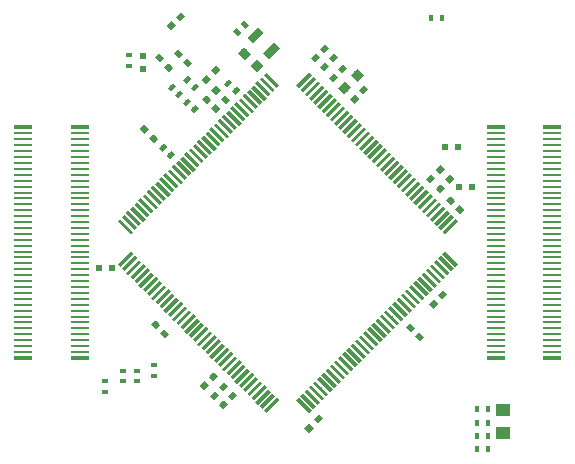
<source format=gbp>
G04 #@! TF.GenerationSoftware,KiCad,Pcbnew,(2017-02-19 revision a416f3a4e)-master*
G04 #@! TF.CreationDate,2017-04-29T21:26:46-07:00*
G04 #@! TF.ProjectId,Navi,4E6176692E6B696361645F7063620000,rev?*
G04 #@! TF.FileFunction,Paste,Bot*
G04 #@! TF.FilePolarity,Positive*
%FSLAX46Y46*%
G04 Gerber Fmt 4.6, Leading zero omitted, Abs format (unit mm)*
G04 Created by KiCad (PCBNEW (2017-02-19 revision a416f3a4e)-master) date 04/29/17 21:26:46*
%MOMM*%
%LPD*%
G01*
G04 APERTURE LIST*
%ADD10C,0.150000*%
%ADD11C,0.300000*%
%ADD12R,1.650000X0.230000*%
%ADD13R,1.650000X0.350000*%
%ADD14C,0.500000*%
%ADD15R,0.400000X0.600000*%
%ADD16R,0.500000X0.600000*%
%ADD17R,0.600000X0.400000*%
%ADD18R,0.600000X0.500000*%
%ADD19C,0.750000*%
%ADD20C,0.400000*%
%ADD21C,0.700000*%
%ADD22R,1.250000X1.000000*%
G04 APERTURE END LIST*
D10*
D11*
X73621577Y-91246849D03*
D10*
G36*
X74275651Y-91688791D02*
X74063519Y-91900923D01*
X72967503Y-90804907D01*
X73179635Y-90592775D01*
X74275651Y-91688791D01*
X74275651Y-91688791D01*
G37*
D11*
X73268023Y-91600402D03*
D10*
G36*
X73922097Y-92042344D02*
X73709965Y-92254476D01*
X72613949Y-91158460D01*
X72826081Y-90946328D01*
X73922097Y-92042344D01*
X73922097Y-92042344D01*
G37*
D11*
X72914470Y-91953956D03*
D10*
G36*
X73568544Y-92395898D02*
X73356412Y-92608030D01*
X72260396Y-91512014D01*
X72472528Y-91299882D01*
X73568544Y-92395898D01*
X73568544Y-92395898D01*
G37*
D11*
X72560917Y-92307509D03*
D10*
G36*
X73214991Y-92749451D02*
X73002859Y-92961583D01*
X71906843Y-91865567D01*
X72118975Y-91653435D01*
X73214991Y-92749451D01*
X73214991Y-92749451D01*
G37*
D11*
X72207363Y-92661063D03*
D10*
G36*
X72861437Y-93103005D02*
X72649305Y-93315137D01*
X71553289Y-92219121D01*
X71765421Y-92006989D01*
X72861437Y-93103005D01*
X72861437Y-93103005D01*
G37*
D11*
X71853810Y-93014616D03*
D10*
G36*
X72507884Y-93456558D02*
X72295752Y-93668690D01*
X71199736Y-92572674D01*
X71411868Y-92360542D01*
X72507884Y-93456558D01*
X72507884Y-93456558D01*
G37*
D11*
X71500256Y-93368169D03*
D10*
G36*
X72154330Y-93810111D02*
X71942198Y-94022243D01*
X70846182Y-92926227D01*
X71058314Y-92714095D01*
X72154330Y-93810111D01*
X72154330Y-93810111D01*
G37*
D11*
X71146703Y-93721723D03*
D10*
G36*
X71800777Y-94163665D02*
X71588645Y-94375797D01*
X70492629Y-93279781D01*
X70704761Y-93067649D01*
X71800777Y-94163665D01*
X71800777Y-94163665D01*
G37*
D11*
X70793150Y-94075276D03*
D10*
G36*
X71447224Y-94517218D02*
X71235092Y-94729350D01*
X70139076Y-93633334D01*
X70351208Y-93421202D01*
X71447224Y-94517218D01*
X71447224Y-94517218D01*
G37*
D11*
X70439596Y-94428830D03*
D10*
G36*
X71093670Y-94870772D02*
X70881538Y-95082904D01*
X69785522Y-93986888D01*
X69997654Y-93774756D01*
X71093670Y-94870772D01*
X71093670Y-94870772D01*
G37*
D11*
X70086043Y-94782383D03*
D10*
G36*
X70740117Y-95224325D02*
X70527985Y-95436457D01*
X69431969Y-94340441D01*
X69644101Y-94128309D01*
X70740117Y-95224325D01*
X70740117Y-95224325D01*
G37*
D11*
X69732489Y-95135936D03*
D10*
G36*
X70386563Y-95577878D02*
X70174431Y-95790010D01*
X69078415Y-94693994D01*
X69290547Y-94481862D01*
X70386563Y-95577878D01*
X70386563Y-95577878D01*
G37*
D11*
X69378936Y-95489490D03*
D10*
G36*
X70033010Y-95931432D02*
X69820878Y-96143564D01*
X68724862Y-95047548D01*
X68936994Y-94835416D01*
X70033010Y-95931432D01*
X70033010Y-95931432D01*
G37*
D11*
X69025383Y-95843043D03*
D10*
G36*
X69679457Y-96284985D02*
X69467325Y-96497117D01*
X68371309Y-95401101D01*
X68583441Y-95188969D01*
X69679457Y-96284985D01*
X69679457Y-96284985D01*
G37*
D11*
X68671829Y-96196597D03*
D10*
G36*
X69325903Y-96638539D02*
X69113771Y-96850671D01*
X68017755Y-95754655D01*
X68229887Y-95542523D01*
X69325903Y-96638539D01*
X69325903Y-96638539D01*
G37*
D11*
X68318276Y-96550150D03*
D10*
G36*
X68972350Y-96992092D02*
X68760218Y-97204224D01*
X67664202Y-96108208D01*
X67876334Y-95896076D01*
X68972350Y-96992092D01*
X68972350Y-96992092D01*
G37*
D11*
X67964723Y-96903703D03*
D10*
G36*
X68618797Y-97345645D02*
X68406665Y-97557777D01*
X67310649Y-96461761D01*
X67522781Y-96249629D01*
X68618797Y-97345645D01*
X68618797Y-97345645D01*
G37*
D11*
X67611169Y-97257257D03*
D10*
G36*
X68265243Y-97699199D02*
X68053111Y-97911331D01*
X66957095Y-96815315D01*
X67169227Y-96603183D01*
X68265243Y-97699199D01*
X68265243Y-97699199D01*
G37*
D11*
X67257616Y-97610810D03*
D10*
G36*
X67911690Y-98052752D02*
X67699558Y-98264884D01*
X66603542Y-97168868D01*
X66815674Y-96956736D01*
X67911690Y-98052752D01*
X67911690Y-98052752D01*
G37*
D11*
X66904062Y-97964364D03*
D10*
G36*
X67558136Y-98406306D02*
X67346004Y-98618438D01*
X66249988Y-97522422D01*
X66462120Y-97310290D01*
X67558136Y-98406306D01*
X67558136Y-98406306D01*
G37*
D11*
X66550509Y-98317917D03*
D10*
G36*
X67204583Y-98759859D02*
X66992451Y-98971991D01*
X65896435Y-97875975D01*
X66108567Y-97663843D01*
X67204583Y-98759859D01*
X67204583Y-98759859D01*
G37*
D11*
X66196956Y-98671470D03*
D10*
G36*
X66851030Y-99113412D02*
X66638898Y-99325544D01*
X65542882Y-98229528D01*
X65755014Y-98017396D01*
X66851030Y-99113412D01*
X66851030Y-99113412D01*
G37*
D11*
X65843402Y-99025024D03*
D10*
G36*
X66497476Y-99466966D02*
X66285344Y-99679098D01*
X65189328Y-98583082D01*
X65401460Y-98370950D01*
X66497476Y-99466966D01*
X66497476Y-99466966D01*
G37*
D11*
X65489849Y-99378577D03*
D10*
G36*
X66143923Y-99820519D02*
X65931791Y-100032651D01*
X64835775Y-98936635D01*
X65047907Y-98724503D01*
X66143923Y-99820519D01*
X66143923Y-99820519D01*
G37*
D11*
X65136295Y-99732130D03*
D10*
G36*
X65790369Y-100174072D02*
X65578237Y-100386204D01*
X64482221Y-99290188D01*
X64694353Y-99078056D01*
X65790369Y-100174072D01*
X65790369Y-100174072D01*
G37*
D11*
X64782742Y-100085684D03*
D10*
G36*
X65436816Y-100527626D02*
X65224684Y-100739758D01*
X64128668Y-99643742D01*
X64340800Y-99431610D01*
X65436816Y-100527626D01*
X65436816Y-100527626D01*
G37*
D11*
X64429189Y-100439237D03*
D10*
G36*
X65083263Y-100881179D02*
X64871131Y-101093311D01*
X63775115Y-99997295D01*
X63987247Y-99785163D01*
X65083263Y-100881179D01*
X65083263Y-100881179D01*
G37*
D11*
X64075635Y-100792791D03*
D10*
G36*
X64729709Y-101234733D02*
X64517577Y-101446865D01*
X63421561Y-100350849D01*
X63633693Y-100138717D01*
X64729709Y-101234733D01*
X64729709Y-101234733D01*
G37*
D11*
X63722082Y-101146344D03*
D10*
G36*
X64376156Y-101588286D02*
X64164024Y-101800418D01*
X63068008Y-100704402D01*
X63280140Y-100492270D01*
X64376156Y-101588286D01*
X64376156Y-101588286D01*
G37*
D11*
X63368528Y-101499897D03*
D10*
G36*
X64022602Y-101941839D02*
X63810470Y-102153971D01*
X62714454Y-101057955D01*
X62926586Y-100845823D01*
X64022602Y-101941839D01*
X64022602Y-101941839D01*
G37*
D11*
X63014975Y-101853451D03*
D10*
G36*
X63669049Y-102295393D02*
X63456917Y-102507525D01*
X62360901Y-101411509D01*
X62573033Y-101199377D01*
X63669049Y-102295393D01*
X63669049Y-102295393D01*
G37*
D11*
X62661422Y-102207004D03*
D10*
G36*
X63315496Y-102648946D02*
X63103364Y-102861078D01*
X62007348Y-101765062D01*
X62219480Y-101552930D01*
X63315496Y-102648946D01*
X63315496Y-102648946D01*
G37*
D11*
X62307868Y-102560558D03*
D10*
G36*
X62961942Y-103002500D02*
X62749810Y-103214632D01*
X61653794Y-102118616D01*
X61865926Y-101906484D01*
X62961942Y-103002500D01*
X62961942Y-103002500D01*
G37*
D11*
X61954315Y-102914111D03*
D10*
G36*
X62608389Y-103356053D02*
X62396257Y-103568185D01*
X61300241Y-102472169D01*
X61512373Y-102260037D01*
X62608389Y-103356053D01*
X62608389Y-103356053D01*
G37*
D11*
X61600761Y-103267664D03*
D10*
G36*
X62254835Y-103709606D02*
X62042703Y-103921738D01*
X60946687Y-102825722D01*
X61158819Y-102613590D01*
X62254835Y-103709606D01*
X62254835Y-103709606D01*
G37*
D11*
X61247208Y-103621218D03*
D10*
G36*
X61901282Y-104063160D02*
X61689150Y-104275292D01*
X60593134Y-103179276D01*
X60805266Y-102967144D01*
X61901282Y-104063160D01*
X61901282Y-104063160D01*
G37*
D11*
X61247208Y-106378934D03*
D10*
G36*
X61689150Y-105724860D02*
X61901282Y-105936992D01*
X60805266Y-107033008D01*
X60593134Y-106820876D01*
X61689150Y-105724860D01*
X61689150Y-105724860D01*
G37*
D11*
X61600761Y-106732488D03*
D10*
G36*
X62042703Y-106078414D02*
X62254835Y-106290546D01*
X61158819Y-107386562D01*
X60946687Y-107174430D01*
X62042703Y-106078414D01*
X62042703Y-106078414D01*
G37*
D11*
X61954315Y-107086041D03*
D10*
G36*
X62396257Y-106431967D02*
X62608389Y-106644099D01*
X61512373Y-107740115D01*
X61300241Y-107527983D01*
X62396257Y-106431967D01*
X62396257Y-106431967D01*
G37*
D11*
X62307868Y-107439594D03*
D10*
G36*
X62749810Y-106785520D02*
X62961942Y-106997652D01*
X61865926Y-108093668D01*
X61653794Y-107881536D01*
X62749810Y-106785520D01*
X62749810Y-106785520D01*
G37*
D11*
X62661422Y-107793148D03*
D10*
G36*
X63103364Y-107139074D02*
X63315496Y-107351206D01*
X62219480Y-108447222D01*
X62007348Y-108235090D01*
X63103364Y-107139074D01*
X63103364Y-107139074D01*
G37*
D11*
X63014975Y-108146701D03*
D10*
G36*
X63456917Y-107492627D02*
X63669049Y-107704759D01*
X62573033Y-108800775D01*
X62360901Y-108588643D01*
X63456917Y-107492627D01*
X63456917Y-107492627D01*
G37*
D11*
X63368528Y-108500255D03*
D10*
G36*
X63810470Y-107846181D02*
X64022602Y-108058313D01*
X62926586Y-109154329D01*
X62714454Y-108942197D01*
X63810470Y-107846181D01*
X63810470Y-107846181D01*
G37*
D11*
X63722082Y-108853808D03*
D10*
G36*
X64164024Y-108199734D02*
X64376156Y-108411866D01*
X63280140Y-109507882D01*
X63068008Y-109295750D01*
X64164024Y-108199734D01*
X64164024Y-108199734D01*
G37*
D11*
X64075635Y-109207361D03*
D10*
G36*
X64517577Y-108553287D02*
X64729709Y-108765419D01*
X63633693Y-109861435D01*
X63421561Y-109649303D01*
X64517577Y-108553287D01*
X64517577Y-108553287D01*
G37*
D11*
X64429189Y-109560915D03*
D10*
G36*
X64871131Y-108906841D02*
X65083263Y-109118973D01*
X63987247Y-110214989D01*
X63775115Y-110002857D01*
X64871131Y-108906841D01*
X64871131Y-108906841D01*
G37*
D11*
X64782742Y-109914468D03*
D10*
G36*
X65224684Y-109260394D02*
X65436816Y-109472526D01*
X64340800Y-110568542D01*
X64128668Y-110356410D01*
X65224684Y-109260394D01*
X65224684Y-109260394D01*
G37*
D11*
X65136295Y-110268022D03*
D10*
G36*
X65578237Y-109613948D02*
X65790369Y-109826080D01*
X64694353Y-110922096D01*
X64482221Y-110709964D01*
X65578237Y-109613948D01*
X65578237Y-109613948D01*
G37*
D11*
X65489849Y-110621575D03*
D10*
G36*
X65931791Y-109967501D02*
X66143923Y-110179633D01*
X65047907Y-111275649D01*
X64835775Y-111063517D01*
X65931791Y-109967501D01*
X65931791Y-109967501D01*
G37*
D11*
X65843402Y-110975128D03*
D10*
G36*
X66285344Y-110321054D02*
X66497476Y-110533186D01*
X65401460Y-111629202D01*
X65189328Y-111417070D01*
X66285344Y-110321054D01*
X66285344Y-110321054D01*
G37*
D11*
X66196956Y-111328682D03*
D10*
G36*
X66638898Y-110674608D02*
X66851030Y-110886740D01*
X65755014Y-111982756D01*
X65542882Y-111770624D01*
X66638898Y-110674608D01*
X66638898Y-110674608D01*
G37*
D11*
X66550509Y-111682235D03*
D10*
G36*
X66992451Y-111028161D02*
X67204583Y-111240293D01*
X66108567Y-112336309D01*
X65896435Y-112124177D01*
X66992451Y-111028161D01*
X66992451Y-111028161D01*
G37*
D11*
X66904062Y-112035788D03*
D10*
G36*
X67346004Y-111381714D02*
X67558136Y-111593846D01*
X66462120Y-112689862D01*
X66249988Y-112477730D01*
X67346004Y-111381714D01*
X67346004Y-111381714D01*
G37*
D11*
X67257616Y-112389342D03*
D10*
G36*
X67699558Y-111735268D02*
X67911690Y-111947400D01*
X66815674Y-113043416D01*
X66603542Y-112831284D01*
X67699558Y-111735268D01*
X67699558Y-111735268D01*
G37*
D11*
X67611169Y-112742895D03*
D10*
G36*
X68053111Y-112088821D02*
X68265243Y-112300953D01*
X67169227Y-113396969D01*
X66957095Y-113184837D01*
X68053111Y-112088821D01*
X68053111Y-112088821D01*
G37*
D11*
X67964723Y-113096449D03*
D10*
G36*
X68406665Y-112442375D02*
X68618797Y-112654507D01*
X67522781Y-113750523D01*
X67310649Y-113538391D01*
X68406665Y-112442375D01*
X68406665Y-112442375D01*
G37*
D11*
X68318276Y-113450002D03*
D10*
G36*
X68760218Y-112795928D02*
X68972350Y-113008060D01*
X67876334Y-114104076D01*
X67664202Y-113891944D01*
X68760218Y-112795928D01*
X68760218Y-112795928D01*
G37*
D11*
X68671829Y-113803555D03*
D10*
G36*
X69113771Y-113149481D02*
X69325903Y-113361613D01*
X68229887Y-114457629D01*
X68017755Y-114245497D01*
X69113771Y-113149481D01*
X69113771Y-113149481D01*
G37*
D11*
X69025383Y-114157109D03*
D10*
G36*
X69467325Y-113503035D02*
X69679457Y-113715167D01*
X68583441Y-114811183D01*
X68371309Y-114599051D01*
X69467325Y-113503035D01*
X69467325Y-113503035D01*
G37*
D11*
X69378936Y-114510662D03*
D10*
G36*
X69820878Y-113856588D02*
X70033010Y-114068720D01*
X68936994Y-115164736D01*
X68724862Y-114952604D01*
X69820878Y-113856588D01*
X69820878Y-113856588D01*
G37*
D11*
X69732489Y-114864216D03*
D10*
G36*
X70174431Y-114210142D02*
X70386563Y-114422274D01*
X69290547Y-115518290D01*
X69078415Y-115306158D01*
X70174431Y-114210142D01*
X70174431Y-114210142D01*
G37*
D11*
X70086043Y-115217769D03*
D10*
G36*
X70527985Y-114563695D02*
X70740117Y-114775827D01*
X69644101Y-115871843D01*
X69431969Y-115659711D01*
X70527985Y-114563695D01*
X70527985Y-114563695D01*
G37*
D11*
X70439596Y-115571322D03*
D10*
G36*
X70881538Y-114917248D02*
X71093670Y-115129380D01*
X69997654Y-116225396D01*
X69785522Y-116013264D01*
X70881538Y-114917248D01*
X70881538Y-114917248D01*
G37*
D11*
X70793150Y-115924876D03*
D10*
G36*
X71235092Y-115270802D02*
X71447224Y-115482934D01*
X70351208Y-116578950D01*
X70139076Y-116366818D01*
X71235092Y-115270802D01*
X71235092Y-115270802D01*
G37*
D11*
X71146703Y-116278429D03*
D10*
G36*
X71588645Y-115624355D02*
X71800777Y-115836487D01*
X70704761Y-116932503D01*
X70492629Y-116720371D01*
X71588645Y-115624355D01*
X71588645Y-115624355D01*
G37*
D11*
X71500256Y-116631983D03*
D10*
G36*
X71942198Y-115977909D02*
X72154330Y-116190041D01*
X71058314Y-117286057D01*
X70846182Y-117073925D01*
X71942198Y-115977909D01*
X71942198Y-115977909D01*
G37*
D11*
X71853810Y-116985536D03*
D10*
G36*
X72295752Y-116331462D02*
X72507884Y-116543594D01*
X71411868Y-117639610D01*
X71199736Y-117427478D01*
X72295752Y-116331462D01*
X72295752Y-116331462D01*
G37*
D11*
X72207363Y-117339089D03*
D10*
G36*
X72649305Y-116685015D02*
X72861437Y-116897147D01*
X71765421Y-117993163D01*
X71553289Y-117781031D01*
X72649305Y-116685015D01*
X72649305Y-116685015D01*
G37*
D11*
X72560917Y-117692643D03*
D10*
G36*
X73002859Y-117038569D02*
X73214991Y-117250701D01*
X72118975Y-118346717D01*
X71906843Y-118134585D01*
X73002859Y-117038569D01*
X73002859Y-117038569D01*
G37*
D11*
X72914470Y-118046196D03*
D10*
G36*
X73356412Y-117392122D02*
X73568544Y-117604254D01*
X72472528Y-118700270D01*
X72260396Y-118488138D01*
X73356412Y-117392122D01*
X73356412Y-117392122D01*
G37*
D11*
X73268023Y-118399750D03*
D10*
G36*
X73709965Y-117745676D02*
X73922097Y-117957808D01*
X72826081Y-119053824D01*
X72613949Y-118841692D01*
X73709965Y-117745676D01*
X73709965Y-117745676D01*
G37*
D11*
X73621577Y-118753303D03*
D10*
G36*
X74063519Y-118099229D02*
X74275651Y-118311361D01*
X73179635Y-119407377D01*
X72967503Y-119195245D01*
X74063519Y-118099229D01*
X74063519Y-118099229D01*
G37*
D11*
X76379293Y-118753303D03*
D10*
G36*
X77033367Y-119195245D02*
X76821235Y-119407377D01*
X75725219Y-118311361D01*
X75937351Y-118099229D01*
X77033367Y-119195245D01*
X77033367Y-119195245D01*
G37*
D11*
X76732847Y-118399750D03*
D10*
G36*
X77386921Y-118841692D02*
X77174789Y-119053824D01*
X76078773Y-117957808D01*
X76290905Y-117745676D01*
X77386921Y-118841692D01*
X77386921Y-118841692D01*
G37*
D11*
X77086400Y-118046196D03*
D10*
G36*
X77740474Y-118488138D02*
X77528342Y-118700270D01*
X76432326Y-117604254D01*
X76644458Y-117392122D01*
X77740474Y-118488138D01*
X77740474Y-118488138D01*
G37*
D11*
X77439953Y-117692643D03*
D10*
G36*
X78094027Y-118134585D02*
X77881895Y-118346717D01*
X76785879Y-117250701D01*
X76998011Y-117038569D01*
X78094027Y-118134585D01*
X78094027Y-118134585D01*
G37*
D11*
X77793507Y-117339089D03*
D10*
G36*
X78447581Y-117781031D02*
X78235449Y-117993163D01*
X77139433Y-116897147D01*
X77351565Y-116685015D01*
X78447581Y-117781031D01*
X78447581Y-117781031D01*
G37*
D11*
X78147060Y-116985536D03*
D10*
G36*
X78801134Y-117427478D02*
X78589002Y-117639610D01*
X77492986Y-116543594D01*
X77705118Y-116331462D01*
X78801134Y-117427478D01*
X78801134Y-117427478D01*
G37*
D11*
X78500614Y-116631983D03*
D10*
G36*
X79154688Y-117073925D02*
X78942556Y-117286057D01*
X77846540Y-116190041D01*
X78058672Y-115977909D01*
X79154688Y-117073925D01*
X79154688Y-117073925D01*
G37*
D11*
X78854167Y-116278429D03*
D10*
G36*
X79508241Y-116720371D02*
X79296109Y-116932503D01*
X78200093Y-115836487D01*
X78412225Y-115624355D01*
X79508241Y-116720371D01*
X79508241Y-116720371D01*
G37*
D11*
X79207720Y-115924876D03*
D10*
G36*
X79861794Y-116366818D02*
X79649662Y-116578950D01*
X78553646Y-115482934D01*
X78765778Y-115270802D01*
X79861794Y-116366818D01*
X79861794Y-116366818D01*
G37*
D11*
X79561274Y-115571322D03*
D10*
G36*
X80215348Y-116013264D02*
X80003216Y-116225396D01*
X78907200Y-115129380D01*
X79119332Y-114917248D01*
X80215348Y-116013264D01*
X80215348Y-116013264D01*
G37*
D11*
X79914827Y-115217769D03*
D10*
G36*
X80568901Y-115659711D02*
X80356769Y-115871843D01*
X79260753Y-114775827D01*
X79472885Y-114563695D01*
X80568901Y-115659711D01*
X80568901Y-115659711D01*
G37*
D11*
X80268381Y-114864216D03*
D10*
G36*
X80922455Y-115306158D02*
X80710323Y-115518290D01*
X79614307Y-114422274D01*
X79826439Y-114210142D01*
X80922455Y-115306158D01*
X80922455Y-115306158D01*
G37*
D11*
X80621934Y-114510662D03*
D10*
G36*
X81276008Y-114952604D02*
X81063876Y-115164736D01*
X79967860Y-114068720D01*
X80179992Y-113856588D01*
X81276008Y-114952604D01*
X81276008Y-114952604D01*
G37*
D11*
X80975487Y-114157109D03*
D10*
G36*
X81629561Y-114599051D02*
X81417429Y-114811183D01*
X80321413Y-113715167D01*
X80533545Y-113503035D01*
X81629561Y-114599051D01*
X81629561Y-114599051D01*
G37*
D11*
X81329041Y-113803555D03*
D10*
G36*
X81983115Y-114245497D02*
X81770983Y-114457629D01*
X80674967Y-113361613D01*
X80887099Y-113149481D01*
X81983115Y-114245497D01*
X81983115Y-114245497D01*
G37*
D11*
X81682594Y-113450002D03*
D10*
G36*
X82336668Y-113891944D02*
X82124536Y-114104076D01*
X81028520Y-113008060D01*
X81240652Y-112795928D01*
X82336668Y-113891944D01*
X82336668Y-113891944D01*
G37*
D11*
X82036147Y-113096449D03*
D10*
G36*
X82690221Y-113538391D02*
X82478089Y-113750523D01*
X81382073Y-112654507D01*
X81594205Y-112442375D01*
X82690221Y-113538391D01*
X82690221Y-113538391D01*
G37*
D11*
X82389701Y-112742895D03*
D10*
G36*
X83043775Y-113184837D02*
X82831643Y-113396969D01*
X81735627Y-112300953D01*
X81947759Y-112088821D01*
X83043775Y-113184837D01*
X83043775Y-113184837D01*
G37*
D11*
X82743254Y-112389342D03*
D10*
G36*
X83397328Y-112831284D02*
X83185196Y-113043416D01*
X82089180Y-111947400D01*
X82301312Y-111735268D01*
X83397328Y-112831284D01*
X83397328Y-112831284D01*
G37*
D11*
X83096808Y-112035788D03*
D10*
G36*
X83750882Y-112477730D02*
X83538750Y-112689862D01*
X82442734Y-111593846D01*
X82654866Y-111381714D01*
X83750882Y-112477730D01*
X83750882Y-112477730D01*
G37*
D11*
X83450361Y-111682235D03*
D10*
G36*
X84104435Y-112124177D02*
X83892303Y-112336309D01*
X82796287Y-111240293D01*
X83008419Y-111028161D01*
X84104435Y-112124177D01*
X84104435Y-112124177D01*
G37*
D11*
X83803914Y-111328682D03*
D10*
G36*
X84457988Y-111770624D02*
X84245856Y-111982756D01*
X83149840Y-110886740D01*
X83361972Y-110674608D01*
X84457988Y-111770624D01*
X84457988Y-111770624D01*
G37*
D11*
X84157468Y-110975128D03*
D10*
G36*
X84811542Y-111417070D02*
X84599410Y-111629202D01*
X83503394Y-110533186D01*
X83715526Y-110321054D01*
X84811542Y-111417070D01*
X84811542Y-111417070D01*
G37*
D11*
X84511021Y-110621575D03*
D10*
G36*
X85165095Y-111063517D02*
X84952963Y-111275649D01*
X83856947Y-110179633D01*
X84069079Y-109967501D01*
X85165095Y-111063517D01*
X85165095Y-111063517D01*
G37*
D11*
X84864575Y-110268022D03*
D10*
G36*
X85518649Y-110709964D02*
X85306517Y-110922096D01*
X84210501Y-109826080D01*
X84422633Y-109613948D01*
X85518649Y-110709964D01*
X85518649Y-110709964D01*
G37*
D11*
X85218128Y-109914468D03*
D10*
G36*
X85872202Y-110356410D02*
X85660070Y-110568542D01*
X84564054Y-109472526D01*
X84776186Y-109260394D01*
X85872202Y-110356410D01*
X85872202Y-110356410D01*
G37*
D11*
X85571681Y-109560915D03*
D10*
G36*
X86225755Y-110002857D02*
X86013623Y-110214989D01*
X84917607Y-109118973D01*
X85129739Y-108906841D01*
X86225755Y-110002857D01*
X86225755Y-110002857D01*
G37*
D11*
X85925235Y-109207361D03*
D10*
G36*
X86579309Y-109649303D02*
X86367177Y-109861435D01*
X85271161Y-108765419D01*
X85483293Y-108553287D01*
X86579309Y-109649303D01*
X86579309Y-109649303D01*
G37*
D11*
X86278788Y-108853808D03*
D10*
G36*
X86932862Y-109295750D02*
X86720730Y-109507882D01*
X85624714Y-108411866D01*
X85836846Y-108199734D01*
X86932862Y-109295750D01*
X86932862Y-109295750D01*
G37*
D11*
X86632342Y-108500255D03*
D10*
G36*
X87286416Y-108942197D02*
X87074284Y-109154329D01*
X85978268Y-108058313D01*
X86190400Y-107846181D01*
X87286416Y-108942197D01*
X87286416Y-108942197D01*
G37*
D11*
X86985895Y-108146701D03*
D10*
G36*
X87639969Y-108588643D02*
X87427837Y-108800775D01*
X86331821Y-107704759D01*
X86543953Y-107492627D01*
X87639969Y-108588643D01*
X87639969Y-108588643D01*
G37*
D11*
X87339448Y-107793148D03*
D10*
G36*
X87993522Y-108235090D02*
X87781390Y-108447222D01*
X86685374Y-107351206D01*
X86897506Y-107139074D01*
X87993522Y-108235090D01*
X87993522Y-108235090D01*
G37*
D11*
X87693002Y-107439594D03*
D10*
G36*
X88347076Y-107881536D02*
X88134944Y-108093668D01*
X87038928Y-106997652D01*
X87251060Y-106785520D01*
X88347076Y-107881536D01*
X88347076Y-107881536D01*
G37*
D11*
X88046555Y-107086041D03*
D10*
G36*
X88700629Y-107527983D02*
X88488497Y-107740115D01*
X87392481Y-106644099D01*
X87604613Y-106431967D01*
X88700629Y-107527983D01*
X88700629Y-107527983D01*
G37*
D11*
X88400109Y-106732488D03*
D10*
G36*
X89054183Y-107174430D02*
X88842051Y-107386562D01*
X87746035Y-106290546D01*
X87958167Y-106078414D01*
X89054183Y-107174430D01*
X89054183Y-107174430D01*
G37*
D11*
X88753662Y-106378934D03*
D10*
G36*
X89407736Y-106820876D02*
X89195604Y-107033008D01*
X88099588Y-105936992D01*
X88311720Y-105724860D01*
X89407736Y-106820876D01*
X89407736Y-106820876D01*
G37*
D11*
X88753662Y-103621218D03*
D10*
G36*
X89195604Y-102967144D02*
X89407736Y-103179276D01*
X88311720Y-104275292D01*
X88099588Y-104063160D01*
X89195604Y-102967144D01*
X89195604Y-102967144D01*
G37*
D11*
X88400109Y-103267664D03*
D10*
G36*
X88842051Y-102613590D02*
X89054183Y-102825722D01*
X87958167Y-103921738D01*
X87746035Y-103709606D01*
X88842051Y-102613590D01*
X88842051Y-102613590D01*
G37*
D11*
X88046555Y-102914111D03*
D10*
G36*
X88488497Y-102260037D02*
X88700629Y-102472169D01*
X87604613Y-103568185D01*
X87392481Y-103356053D01*
X88488497Y-102260037D01*
X88488497Y-102260037D01*
G37*
D11*
X87693002Y-102560558D03*
D10*
G36*
X88134944Y-101906484D02*
X88347076Y-102118616D01*
X87251060Y-103214632D01*
X87038928Y-103002500D01*
X88134944Y-101906484D01*
X88134944Y-101906484D01*
G37*
D11*
X87339448Y-102207004D03*
D10*
G36*
X87781390Y-101552930D02*
X87993522Y-101765062D01*
X86897506Y-102861078D01*
X86685374Y-102648946D01*
X87781390Y-101552930D01*
X87781390Y-101552930D01*
G37*
D11*
X86985895Y-101853451D03*
D10*
G36*
X87427837Y-101199377D02*
X87639969Y-101411509D01*
X86543953Y-102507525D01*
X86331821Y-102295393D01*
X87427837Y-101199377D01*
X87427837Y-101199377D01*
G37*
D11*
X86632342Y-101499897D03*
D10*
G36*
X87074284Y-100845823D02*
X87286416Y-101057955D01*
X86190400Y-102153971D01*
X85978268Y-101941839D01*
X87074284Y-100845823D01*
X87074284Y-100845823D01*
G37*
D11*
X86278788Y-101146344D03*
D10*
G36*
X86720730Y-100492270D02*
X86932862Y-100704402D01*
X85836846Y-101800418D01*
X85624714Y-101588286D01*
X86720730Y-100492270D01*
X86720730Y-100492270D01*
G37*
D11*
X85925235Y-100792791D03*
D10*
G36*
X86367177Y-100138717D02*
X86579309Y-100350849D01*
X85483293Y-101446865D01*
X85271161Y-101234733D01*
X86367177Y-100138717D01*
X86367177Y-100138717D01*
G37*
D11*
X85571681Y-100439237D03*
D10*
G36*
X86013623Y-99785163D02*
X86225755Y-99997295D01*
X85129739Y-101093311D01*
X84917607Y-100881179D01*
X86013623Y-99785163D01*
X86013623Y-99785163D01*
G37*
D11*
X85218128Y-100085684D03*
D10*
G36*
X85660070Y-99431610D02*
X85872202Y-99643742D01*
X84776186Y-100739758D01*
X84564054Y-100527626D01*
X85660070Y-99431610D01*
X85660070Y-99431610D01*
G37*
D11*
X84864575Y-99732130D03*
D10*
G36*
X85306517Y-99078056D02*
X85518649Y-99290188D01*
X84422633Y-100386204D01*
X84210501Y-100174072D01*
X85306517Y-99078056D01*
X85306517Y-99078056D01*
G37*
D11*
X84511021Y-99378577D03*
D10*
G36*
X84952963Y-98724503D02*
X85165095Y-98936635D01*
X84069079Y-100032651D01*
X83856947Y-99820519D01*
X84952963Y-98724503D01*
X84952963Y-98724503D01*
G37*
D11*
X84157468Y-99025024D03*
D10*
G36*
X84599410Y-98370950D02*
X84811542Y-98583082D01*
X83715526Y-99679098D01*
X83503394Y-99466966D01*
X84599410Y-98370950D01*
X84599410Y-98370950D01*
G37*
D11*
X83803914Y-98671470D03*
D10*
G36*
X84245856Y-98017396D02*
X84457988Y-98229528D01*
X83361972Y-99325544D01*
X83149840Y-99113412D01*
X84245856Y-98017396D01*
X84245856Y-98017396D01*
G37*
D11*
X83450361Y-98317917D03*
D10*
G36*
X83892303Y-97663843D02*
X84104435Y-97875975D01*
X83008419Y-98971991D01*
X82796287Y-98759859D01*
X83892303Y-97663843D01*
X83892303Y-97663843D01*
G37*
D11*
X83096808Y-97964364D03*
D10*
G36*
X83538750Y-97310290D02*
X83750882Y-97522422D01*
X82654866Y-98618438D01*
X82442734Y-98406306D01*
X83538750Y-97310290D01*
X83538750Y-97310290D01*
G37*
D11*
X82743254Y-97610810D03*
D10*
G36*
X83185196Y-96956736D02*
X83397328Y-97168868D01*
X82301312Y-98264884D01*
X82089180Y-98052752D01*
X83185196Y-96956736D01*
X83185196Y-96956736D01*
G37*
D11*
X82389701Y-97257257D03*
D10*
G36*
X82831643Y-96603183D02*
X83043775Y-96815315D01*
X81947759Y-97911331D01*
X81735627Y-97699199D01*
X82831643Y-96603183D01*
X82831643Y-96603183D01*
G37*
D11*
X82036147Y-96903703D03*
D10*
G36*
X82478089Y-96249629D02*
X82690221Y-96461761D01*
X81594205Y-97557777D01*
X81382073Y-97345645D01*
X82478089Y-96249629D01*
X82478089Y-96249629D01*
G37*
D11*
X81682594Y-96550150D03*
D10*
G36*
X82124536Y-95896076D02*
X82336668Y-96108208D01*
X81240652Y-97204224D01*
X81028520Y-96992092D01*
X82124536Y-95896076D01*
X82124536Y-95896076D01*
G37*
D11*
X81329041Y-96196597D03*
D10*
G36*
X81770983Y-95542523D02*
X81983115Y-95754655D01*
X80887099Y-96850671D01*
X80674967Y-96638539D01*
X81770983Y-95542523D01*
X81770983Y-95542523D01*
G37*
D11*
X80975487Y-95843043D03*
D10*
G36*
X81417429Y-95188969D02*
X81629561Y-95401101D01*
X80533545Y-96497117D01*
X80321413Y-96284985D01*
X81417429Y-95188969D01*
X81417429Y-95188969D01*
G37*
D11*
X80621934Y-95489490D03*
D10*
G36*
X81063876Y-94835416D02*
X81276008Y-95047548D01*
X80179992Y-96143564D01*
X79967860Y-95931432D01*
X81063876Y-94835416D01*
X81063876Y-94835416D01*
G37*
D11*
X80268381Y-95135936D03*
D10*
G36*
X80710323Y-94481862D02*
X80922455Y-94693994D01*
X79826439Y-95790010D01*
X79614307Y-95577878D01*
X80710323Y-94481862D01*
X80710323Y-94481862D01*
G37*
D11*
X79914827Y-94782383D03*
D10*
G36*
X80356769Y-94128309D02*
X80568901Y-94340441D01*
X79472885Y-95436457D01*
X79260753Y-95224325D01*
X80356769Y-94128309D01*
X80356769Y-94128309D01*
G37*
D11*
X79561274Y-94428830D03*
D10*
G36*
X80003216Y-93774756D02*
X80215348Y-93986888D01*
X79119332Y-95082904D01*
X78907200Y-94870772D01*
X80003216Y-93774756D01*
X80003216Y-93774756D01*
G37*
D11*
X79207720Y-94075276D03*
D10*
G36*
X79649662Y-93421202D02*
X79861794Y-93633334D01*
X78765778Y-94729350D01*
X78553646Y-94517218D01*
X79649662Y-93421202D01*
X79649662Y-93421202D01*
G37*
D11*
X78854167Y-93721723D03*
D10*
G36*
X79296109Y-93067649D02*
X79508241Y-93279781D01*
X78412225Y-94375797D01*
X78200093Y-94163665D01*
X79296109Y-93067649D01*
X79296109Y-93067649D01*
G37*
D11*
X78500614Y-93368169D03*
D10*
G36*
X78942556Y-92714095D02*
X79154688Y-92926227D01*
X78058672Y-94022243D01*
X77846540Y-93810111D01*
X78942556Y-92714095D01*
X78942556Y-92714095D01*
G37*
D11*
X78147060Y-93014616D03*
D10*
G36*
X78589002Y-92360542D02*
X78801134Y-92572674D01*
X77705118Y-93668690D01*
X77492986Y-93456558D01*
X78589002Y-92360542D01*
X78589002Y-92360542D01*
G37*
D11*
X77793507Y-92661063D03*
D10*
G36*
X78235449Y-92006989D02*
X78447581Y-92219121D01*
X77351565Y-93315137D01*
X77139433Y-93103005D01*
X78235449Y-92006989D01*
X78235449Y-92006989D01*
G37*
D11*
X77439953Y-92307509D03*
D10*
G36*
X77881895Y-91653435D02*
X78094027Y-91865567D01*
X76998011Y-92961583D01*
X76785879Y-92749451D01*
X77881895Y-91653435D01*
X77881895Y-91653435D01*
G37*
D11*
X77086400Y-91953956D03*
D10*
G36*
X77528342Y-91299882D02*
X77740474Y-91512014D01*
X76644458Y-92608030D01*
X76432326Y-92395898D01*
X77528342Y-91299882D01*
X77528342Y-91299882D01*
G37*
D11*
X76732847Y-91600402D03*
D10*
G36*
X77174789Y-90946328D02*
X77386921Y-91158460D01*
X76290905Y-92254476D01*
X76078773Y-92042344D01*
X77174789Y-90946328D01*
X77174789Y-90946328D01*
G37*
D11*
X76379293Y-91246849D03*
D10*
G36*
X76821235Y-90592775D02*
X77033367Y-90804907D01*
X75937351Y-91900923D01*
X75725219Y-91688791D01*
X76821235Y-90592775D01*
X76821235Y-90592775D01*
G37*
D12*
X57375000Y-95750000D03*
D13*
X57375000Y-95200000D03*
X52625000Y-95200000D03*
X57375000Y-114800000D03*
X52625000Y-114800000D03*
D12*
X52625000Y-95750000D03*
X57375000Y-96250000D03*
X52625000Y-96250000D03*
X57375000Y-96750000D03*
X52625000Y-96750000D03*
X57375000Y-97250000D03*
X52625000Y-97250000D03*
X57375000Y-97750000D03*
X52625000Y-97750000D03*
X57375000Y-98250000D03*
X52625000Y-98250000D03*
X57375000Y-98750000D03*
X52625000Y-98750000D03*
X57375000Y-99250000D03*
X52625000Y-99250000D03*
X57375000Y-99750000D03*
X52625000Y-99750000D03*
X57375000Y-100250000D03*
X52625000Y-100250000D03*
X57375000Y-100750000D03*
X52625000Y-100750000D03*
X57375000Y-101250000D03*
X52625000Y-101250000D03*
X57375000Y-101750000D03*
X52625000Y-101750000D03*
X57375000Y-102250000D03*
X52625000Y-102250000D03*
X57375000Y-102750000D03*
X52625000Y-102750000D03*
X57375000Y-103250000D03*
X52625000Y-103250000D03*
X57375000Y-103750000D03*
X52625000Y-103750000D03*
X57375000Y-104250000D03*
X52625000Y-104250000D03*
X57375000Y-104750000D03*
X52625000Y-104750000D03*
X57375000Y-105250000D03*
X52625000Y-105250000D03*
X57375000Y-105750000D03*
X52625000Y-105750000D03*
X57375000Y-106250000D03*
X52625000Y-106250000D03*
X57375000Y-106750000D03*
X52625000Y-106750000D03*
X57375000Y-107250000D03*
X52625000Y-107250000D03*
X57375000Y-107750000D03*
X52625000Y-107750000D03*
X57375000Y-108250000D03*
X52625000Y-108250000D03*
X57375000Y-108750000D03*
X52625000Y-108750000D03*
X57375000Y-109250000D03*
X52625000Y-109250000D03*
X57375000Y-109750000D03*
X52625000Y-109750000D03*
X57375000Y-110250000D03*
X52625000Y-110250000D03*
X57375000Y-110750000D03*
X52625000Y-110750000D03*
X57375000Y-111250000D03*
X52625000Y-111250000D03*
X57375000Y-111750000D03*
X52625000Y-111750000D03*
X57375000Y-112250000D03*
X52625000Y-112250000D03*
X57375000Y-112750000D03*
X52625000Y-112750000D03*
X57375000Y-113250000D03*
X52625000Y-113250000D03*
X57375000Y-113750000D03*
X52625000Y-113750000D03*
X57375000Y-114250000D03*
X52625000Y-114250000D03*
X92625000Y-114250000D03*
X97375000Y-114250000D03*
X92625000Y-113750000D03*
X97375000Y-113750000D03*
X92625000Y-113250000D03*
X97375000Y-113250000D03*
X92625000Y-112750000D03*
X97375000Y-112750000D03*
X92625000Y-112250000D03*
X97375000Y-112250000D03*
X92625000Y-111750000D03*
X97375000Y-111750000D03*
X92625000Y-111250000D03*
X97375000Y-111250000D03*
X92625000Y-110750000D03*
X97375000Y-110750000D03*
X92625000Y-110250000D03*
X97375000Y-110250000D03*
X92625000Y-109750000D03*
X97375000Y-109750000D03*
X92625000Y-109250000D03*
X97375000Y-109250000D03*
X92625000Y-108750000D03*
X97375000Y-108750000D03*
X92625000Y-108250000D03*
X97375000Y-108250000D03*
X92625000Y-107750000D03*
X97375000Y-107750000D03*
X92625000Y-107250000D03*
X97375000Y-107250000D03*
X92625000Y-106750000D03*
X97375000Y-106750000D03*
X92625000Y-106250000D03*
X97375000Y-106250000D03*
X92625000Y-105750000D03*
X97375000Y-105750000D03*
X92625000Y-105250000D03*
X97375000Y-105250000D03*
X92625000Y-104750000D03*
X97375000Y-104750000D03*
X92625000Y-104250000D03*
X97375000Y-104250000D03*
X92625000Y-103750000D03*
X97375000Y-103750000D03*
X92625000Y-103250000D03*
X97375000Y-103250000D03*
X92625000Y-102750000D03*
X97375000Y-102750000D03*
X92625000Y-102250000D03*
X97375000Y-102250000D03*
X92625000Y-101750000D03*
X97375000Y-101750000D03*
X92625000Y-101250000D03*
X97375000Y-101250000D03*
X92625000Y-100750000D03*
X97375000Y-100750000D03*
X92625000Y-100250000D03*
X97375000Y-100250000D03*
X92625000Y-99750000D03*
X97375000Y-99750000D03*
X92625000Y-99250000D03*
X97375000Y-99250000D03*
X92625000Y-98750000D03*
X97375000Y-98750000D03*
X92625000Y-98250000D03*
X97375000Y-98250000D03*
X92625000Y-97750000D03*
X97375000Y-97750000D03*
X92625000Y-97250000D03*
X97375000Y-97250000D03*
X92625000Y-96750000D03*
X97375000Y-96750000D03*
X92625000Y-96250000D03*
X97375000Y-96250000D03*
X92625000Y-95750000D03*
D13*
X92625000Y-114800000D03*
X97375000Y-114800000D03*
X92625000Y-95200000D03*
X97375000Y-95200000D03*
D12*
X97375000Y-95750000D03*
D14*
X77317887Y-89338051D03*
D10*
G36*
X77282532Y-89726960D02*
X76928978Y-89373406D01*
X77353242Y-88949142D01*
X77706796Y-89302696D01*
X77282532Y-89726960D01*
X77282532Y-89726960D01*
G37*
D14*
X78095705Y-88560233D03*
D10*
G36*
X78060350Y-88949142D02*
X77706796Y-88595588D01*
X78131060Y-88171324D01*
X78484614Y-88524878D01*
X78060350Y-88949142D01*
X78060350Y-88949142D01*
G37*
D14*
X64160146Y-89354026D03*
D10*
G36*
X64549055Y-89389381D02*
X64195501Y-89742935D01*
X63771237Y-89318671D01*
X64124791Y-88965117D01*
X64549055Y-89389381D01*
X64549055Y-89389381D01*
G37*
D14*
X64937964Y-90131844D03*
D10*
G36*
X65326873Y-90167199D02*
X64973319Y-90520753D01*
X64549055Y-90096489D01*
X64902609Y-89742935D01*
X65326873Y-90167199D01*
X65326873Y-90167199D01*
G37*
D14*
X80661091Y-92838909D03*
D10*
G36*
X80625736Y-93227818D02*
X80272182Y-92874264D01*
X80696446Y-92450000D01*
X81050000Y-92803554D01*
X80625736Y-93227818D01*
X80625736Y-93227818D01*
G37*
D14*
X81438909Y-92061091D03*
D10*
G36*
X81403554Y-92450000D02*
X81050000Y-92096446D01*
X81474264Y-91672182D01*
X81827818Y-92025736D01*
X81403554Y-92450000D01*
X81403554Y-92450000D01*
G37*
D15*
X87150000Y-86000000D03*
X88050000Y-86000000D03*
D16*
X62750000Y-89200000D03*
X62750000Y-90300000D03*
D17*
X61600000Y-90000000D03*
X61600000Y-89100000D03*
D14*
X67911091Y-117088909D03*
D10*
G36*
X67946446Y-116700000D02*
X68300000Y-117053554D01*
X67875736Y-117477818D01*
X67522182Y-117124264D01*
X67946446Y-116700000D01*
X67946446Y-116700000D01*
G37*
D14*
X68688909Y-116311091D03*
D10*
G36*
X68724264Y-115922182D02*
X69077818Y-116275736D01*
X68653554Y-116700000D01*
X68300000Y-116346446D01*
X68724264Y-115922182D01*
X68724264Y-115922182D01*
G37*
D15*
X91050000Y-122500000D03*
X91950000Y-122500000D03*
D17*
X63700000Y-116250000D03*
X63700000Y-115350000D03*
X61050000Y-116750000D03*
X61050000Y-115850000D03*
X59500000Y-117650000D03*
X59500000Y-116750000D03*
X62200000Y-116750000D03*
X62200000Y-115850000D03*
D15*
X91950000Y-121400000D03*
X91050000Y-121400000D03*
X91950000Y-120250000D03*
X91050000Y-120250000D03*
X91950000Y-119100000D03*
X91050000Y-119100000D03*
D14*
X78873523Y-89338050D03*
D10*
G36*
X78838168Y-89726959D02*
X78484614Y-89373405D01*
X78908878Y-88949141D01*
X79262432Y-89302695D01*
X78838168Y-89726959D01*
X78838168Y-89726959D01*
G37*
D14*
X78095705Y-90115868D03*
D10*
G36*
X78060350Y-90504777D02*
X77706796Y-90151223D01*
X78131060Y-89726959D01*
X78484614Y-90080513D01*
X78060350Y-90504777D01*
X78060350Y-90504777D01*
G37*
D14*
X78861091Y-91038909D03*
D10*
G36*
X78896446Y-90650000D02*
X79250000Y-91003554D01*
X78825736Y-91427818D01*
X78472182Y-91074264D01*
X78896446Y-90650000D01*
X78896446Y-90650000D01*
G37*
D14*
X79638909Y-90261091D03*
D10*
G36*
X79674264Y-89872182D02*
X80027818Y-90225736D01*
X79603554Y-90650000D01*
X79250000Y-90296446D01*
X79674264Y-89872182D01*
X79674264Y-89872182D01*
G37*
D14*
X87888909Y-98811091D03*
D10*
G36*
X87853554Y-99200000D02*
X87500000Y-98846446D01*
X87924264Y-98422182D01*
X88277818Y-98775736D01*
X87853554Y-99200000D01*
X87853554Y-99200000D01*
G37*
D14*
X87111091Y-99588909D03*
D10*
G36*
X87075736Y-99977818D02*
X86722182Y-99624264D01*
X87146446Y-99200000D01*
X87500000Y-99553554D01*
X87075736Y-99977818D01*
X87075736Y-99977818D01*
G37*
D14*
X68155124Y-92854772D03*
D10*
G36*
X68544033Y-92890127D02*
X68190479Y-93243681D01*
X67766215Y-92819417D01*
X68119769Y-92465863D01*
X68544033Y-92890127D01*
X68544033Y-92890127D01*
G37*
D14*
X68932942Y-93632590D03*
D10*
G36*
X69321851Y-93667945D02*
X68968297Y-94021499D01*
X68544033Y-93597235D01*
X68897587Y-93243681D01*
X69321851Y-93667945D01*
X69321851Y-93667945D01*
G37*
D14*
X64588909Y-112688909D03*
D10*
G36*
X64200000Y-112653554D02*
X64553554Y-112300000D01*
X64977818Y-112724264D01*
X64624264Y-113077818D01*
X64200000Y-112653554D01*
X64200000Y-112653554D01*
G37*
D14*
X63811091Y-111911091D03*
D10*
G36*
X63422182Y-111875736D02*
X63775736Y-111522182D01*
X64200000Y-111946446D01*
X63846446Y-112300000D01*
X63422182Y-111875736D01*
X63422182Y-111875736D01*
G37*
D14*
X69547753Y-118687090D03*
D10*
G36*
X69583108Y-118298181D02*
X69936662Y-118651735D01*
X69512398Y-119075999D01*
X69158844Y-118722445D01*
X69583108Y-118298181D01*
X69583108Y-118298181D01*
G37*
D14*
X70325571Y-117909272D03*
D10*
G36*
X70360926Y-117520363D02*
X70714480Y-117873917D01*
X70290216Y-118298181D01*
X69936662Y-117944627D01*
X70360926Y-117520363D01*
X70360926Y-117520363D01*
G37*
D14*
X76796136Y-120686104D03*
D10*
G36*
X76831491Y-120297195D02*
X77185045Y-120650749D01*
X76760781Y-121075013D01*
X76407227Y-120721459D01*
X76831491Y-120297195D01*
X76831491Y-120297195D01*
G37*
D14*
X77573954Y-119908286D03*
D10*
G36*
X77609309Y-119519377D02*
X77962863Y-119872931D01*
X77538599Y-120297195D01*
X77185045Y-119943641D01*
X77609309Y-119519377D01*
X77609309Y-119519377D01*
G37*
D14*
X88688909Y-99611091D03*
D10*
G36*
X88653554Y-100000000D02*
X88300000Y-99646446D01*
X88724264Y-99222182D01*
X89077818Y-99575736D01*
X88653554Y-100000000D01*
X88653554Y-100000000D01*
G37*
D14*
X87911091Y-100388909D03*
D10*
G36*
X87875736Y-100777818D02*
X87522182Y-100424264D01*
X87946446Y-100000000D01*
X88300000Y-100353554D01*
X87875736Y-100777818D01*
X87875736Y-100777818D01*
G37*
D18*
X59038909Y-107161091D03*
X60138909Y-107161091D03*
D14*
X68811091Y-117938909D03*
D10*
G36*
X68846446Y-117550000D02*
X69200000Y-117903554D01*
X68775736Y-118327818D01*
X68422182Y-117974264D01*
X68846446Y-117550000D01*
X68846446Y-117550000D01*
G37*
D14*
X69588909Y-117161091D03*
D10*
G36*
X69624264Y-116772182D02*
X69977818Y-117125736D01*
X69553554Y-117550000D01*
X69200000Y-117196446D01*
X69624264Y-116772182D01*
X69624264Y-116772182D01*
G37*
D14*
X89588909Y-102188909D03*
D10*
G36*
X89200000Y-102153554D02*
X89553554Y-101800000D01*
X89977818Y-102224264D01*
X89624264Y-102577818D01*
X89200000Y-102153554D01*
X89200000Y-102153554D01*
G37*
D14*
X88811091Y-101411091D03*
D10*
G36*
X88422182Y-101375736D02*
X88775736Y-101022182D01*
X89200000Y-101446446D01*
X88846446Y-101800000D01*
X88422182Y-101375736D01*
X88422182Y-101375736D01*
G37*
D14*
X62876167Y-95376167D03*
D10*
G36*
X63265076Y-95411522D02*
X62911522Y-95765076D01*
X62487258Y-95340812D01*
X62840812Y-94987258D01*
X63265076Y-95411522D01*
X63265076Y-95411522D01*
G37*
D14*
X63653985Y-96153985D03*
D10*
G36*
X64042894Y-96189340D02*
X63689340Y-96542894D01*
X63265076Y-96118630D01*
X63618630Y-95765076D01*
X64042894Y-96189340D01*
X64042894Y-96189340D01*
G37*
D14*
X86138909Y-112938909D03*
D10*
G36*
X85750000Y-112903554D02*
X86103554Y-112550000D01*
X86527818Y-112974264D01*
X86174264Y-113327818D01*
X85750000Y-112903554D01*
X85750000Y-112903554D01*
G37*
D14*
X85361091Y-112161091D03*
D10*
G36*
X84972182Y-112125736D02*
X85325736Y-111772182D01*
X85750000Y-112196446D01*
X85396446Y-112550000D01*
X84972182Y-112125736D01*
X84972182Y-112125736D01*
G37*
D14*
X69710760Y-92854772D03*
D10*
G36*
X69321851Y-92819417D02*
X69675405Y-92465863D01*
X70099669Y-92890127D01*
X69746115Y-93243681D01*
X69321851Y-92819417D01*
X69321851Y-92819417D01*
G37*
D14*
X68932942Y-92076954D03*
D10*
G36*
X68544033Y-92041599D02*
X68897587Y-91688045D01*
X69321851Y-92112309D01*
X68968297Y-92465863D01*
X68544033Y-92041599D01*
X68544033Y-92041599D01*
G37*
D14*
X87311091Y-110188909D03*
D10*
G36*
X87346446Y-109800000D02*
X87700000Y-110153554D01*
X87275736Y-110577818D01*
X86922182Y-110224264D01*
X87346446Y-109800000D01*
X87346446Y-109800000D01*
G37*
D14*
X88088909Y-109411091D03*
D10*
G36*
X88124264Y-109022182D02*
X88477818Y-109375736D01*
X88053554Y-109800000D01*
X87700000Y-109446446D01*
X88124264Y-109022182D01*
X88124264Y-109022182D01*
G37*
D19*
X79819670Y-91880330D03*
D10*
G36*
X79837348Y-91332322D02*
X80367678Y-91862652D01*
X79801992Y-92428338D01*
X79271662Y-91898008D01*
X79837348Y-91332322D01*
X79837348Y-91332322D01*
G37*
D19*
X80880330Y-90819670D03*
D10*
G36*
X80898008Y-90271662D02*
X81428338Y-90801992D01*
X80862652Y-91367678D01*
X80332322Y-90837348D01*
X80898008Y-90271662D01*
X80898008Y-90271662D01*
G37*
D19*
X72397763Y-90026345D03*
D10*
G36*
X71849755Y-90008667D02*
X72380085Y-89478337D01*
X72945771Y-90044023D01*
X72415441Y-90574353D01*
X71849755Y-90008667D01*
X71849755Y-90008667D01*
G37*
D19*
X71337103Y-88965685D03*
D10*
G36*
X70789095Y-88948007D02*
X71319425Y-88417677D01*
X71885111Y-88983363D01*
X71354781Y-89513693D01*
X70789095Y-88948007D01*
X70789095Y-88948007D01*
G37*
D20*
X65068198Y-97568198D03*
D10*
G36*
X64714645Y-97638909D02*
X65138909Y-97214645D01*
X65421751Y-97497487D01*
X64997487Y-97921751D01*
X64714645Y-97638909D01*
X64714645Y-97638909D01*
G37*
D20*
X64431802Y-96931802D03*
D10*
G36*
X64078249Y-97002513D02*
X64502513Y-96578249D01*
X64785355Y-96861091D01*
X64361091Y-97285355D01*
X64078249Y-97002513D01*
X64078249Y-97002513D01*
G37*
D20*
X70594642Y-92112312D03*
D10*
G36*
X70241089Y-92183023D02*
X70665353Y-91758759D01*
X70948195Y-92041601D01*
X70523931Y-92465865D01*
X70241089Y-92183023D01*
X70241089Y-92183023D01*
G37*
D20*
X69958246Y-91475916D03*
D10*
G36*
X69604693Y-91546627D02*
X70028957Y-91122363D01*
X70311799Y-91405205D01*
X69887535Y-91829469D01*
X69604693Y-91546627D01*
X69604693Y-91546627D01*
G37*
D21*
X72306009Y-87416730D03*
D10*
G36*
X73013116Y-87204598D02*
X72093877Y-88123837D01*
X71598902Y-87628862D01*
X72518141Y-86709623D01*
X73013116Y-87204598D01*
X73013116Y-87204598D01*
G37*
D21*
X73649511Y-88760232D03*
D10*
G36*
X74356618Y-88548100D02*
X73437379Y-89467339D01*
X72942404Y-88972364D01*
X73861643Y-88053125D01*
X74356618Y-88548100D01*
X74356618Y-88548100D01*
G37*
D20*
X71372457Y-86526168D03*
D10*
G36*
X71443168Y-86879721D02*
X71018904Y-86455457D01*
X71301746Y-86172615D01*
X71726010Y-86596879D01*
X71443168Y-86879721D01*
X71443168Y-86879721D01*
G37*
D20*
X70736061Y-87162564D03*
D10*
G36*
X70806772Y-87516117D02*
X70382508Y-87091853D01*
X70665350Y-86809011D01*
X71089614Y-87233275D01*
X70806772Y-87516117D01*
X70806772Y-87516117D01*
G37*
D14*
X65888909Y-85861091D03*
D10*
G36*
X65853554Y-86250000D02*
X65500000Y-85896446D01*
X65924264Y-85472182D01*
X66277818Y-85825736D01*
X65853554Y-86250000D01*
X65853554Y-86250000D01*
G37*
D14*
X65111091Y-86638909D03*
D10*
G36*
X65075736Y-87027818D02*
X64722182Y-86674264D01*
X65146446Y-86250000D01*
X65500000Y-86603554D01*
X65075736Y-87027818D01*
X65075736Y-87027818D01*
G37*
D14*
X66528583Y-89743307D03*
D10*
G36*
X66139674Y-89707952D02*
X66493228Y-89354398D01*
X66917492Y-89778662D01*
X66563938Y-90132216D01*
X66139674Y-89707952D01*
X66139674Y-89707952D01*
G37*
D14*
X65750765Y-88965489D03*
D10*
G36*
X65361856Y-88930134D02*
X65715410Y-88576580D01*
X66139674Y-89000844D01*
X65786120Y-89354398D01*
X65361856Y-88930134D01*
X65361856Y-88930134D01*
G37*
D18*
X90625000Y-100275000D03*
X89525000Y-100275000D03*
X89450000Y-96900000D03*
X88350000Y-96900000D03*
D14*
X68862231Y-90379897D03*
D10*
G36*
X68826876Y-90768806D02*
X68473322Y-90415252D01*
X68897586Y-89990988D01*
X69251140Y-90344542D01*
X68826876Y-90768806D01*
X68826876Y-90768806D01*
G37*
D14*
X68084413Y-91157715D03*
D10*
G36*
X68049058Y-91546624D02*
X67695504Y-91193070D01*
X68119768Y-90768806D01*
X68473322Y-91122360D01*
X68049058Y-91546624D01*
X68049058Y-91546624D01*
G37*
D20*
X66493422Y-91193071D03*
D10*
G36*
X66846975Y-91122360D02*
X66422711Y-91546624D01*
X66139869Y-91263782D01*
X66564133Y-90839518D01*
X66846975Y-91122360D01*
X66846975Y-91122360D01*
G37*
D20*
X67129818Y-91829467D03*
D10*
G36*
X67483371Y-91758756D02*
X67059107Y-92183020D01*
X66776265Y-91900178D01*
X67200529Y-91475914D01*
X67483371Y-91758756D01*
X67483371Y-91758756D01*
G37*
D20*
X66458244Y-93066338D03*
D10*
G36*
X66811797Y-92995627D02*
X66387533Y-93419891D01*
X66104691Y-93137049D01*
X66528955Y-92712785D01*
X66811797Y-92995627D01*
X66811797Y-92995627D01*
G37*
D20*
X67094640Y-93702734D03*
D10*
G36*
X67448193Y-93632023D02*
X67023929Y-94056287D01*
X66741087Y-93773445D01*
X67165351Y-93349181D01*
X67448193Y-93632023D01*
X67448193Y-93632023D01*
G37*
D20*
X65821848Y-92429940D03*
D10*
G36*
X65468295Y-92500651D02*
X65892559Y-92076387D01*
X66175401Y-92359229D01*
X65751137Y-92783493D01*
X65468295Y-92500651D01*
X65468295Y-92500651D01*
G37*
D20*
X65185452Y-91793544D03*
D10*
G36*
X64831899Y-91864255D02*
X65256163Y-91439991D01*
X65539005Y-91722833D01*
X65114741Y-92147097D01*
X64831899Y-91864255D01*
X64831899Y-91864255D01*
G37*
D22*
X93250000Y-121150000D03*
X93250000Y-119150000D03*
M02*

</source>
